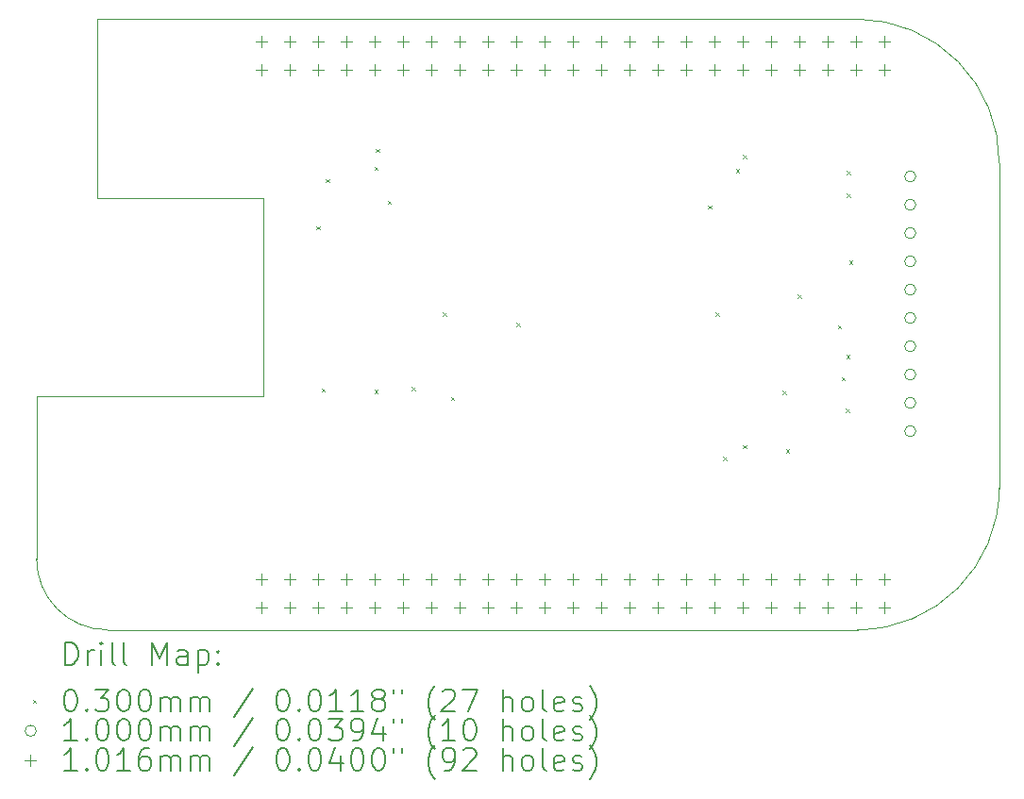
<source format=gbr>
%TF.GenerationSoftware,KiCad,Pcbnew,8.0.6*%
%TF.CreationDate,2025-01-05T21:46:23-05:00*%
%TF.ProjectId,Beagle-AI-64-CAN-Part1,42656167-6c65-42d4-9149-2d36342d4341,rev?*%
%TF.SameCoordinates,Original*%
%TF.FileFunction,Drillmap*%
%TF.FilePolarity,Positive*%
%FSLAX45Y45*%
G04 Gerber Fmt 4.5, Leading zero omitted, Abs format (unit mm)*
G04 Created by KiCad (PCBNEW 8.0.6) date 2025-01-05 21:46:23*
%MOMM*%
%LPD*%
G01*
G04 APERTURE LIST*
%ADD10C,0.050000*%
%ADD11C,0.200000*%
%ADD12C,0.100000*%
%ADD13C,0.101600*%
G04 APERTURE END LIST*
D10*
X10532110Y-12595860D02*
X10532110Y-11135360D01*
X11075000Y-9357360D02*
X11075000Y-7750000D01*
X12564110Y-9357360D02*
X11075000Y-9357360D01*
X17898110Y-13230860D02*
X11167110Y-13230860D01*
X11167110Y-13230860D02*
G75*
G02*
X10532110Y-12595860I0J635000D01*
G01*
X19168110Y-9039860D02*
X19168110Y-11960860D01*
X17898110Y-7750000D02*
X11075000Y-7750000D01*
X10532110Y-11135360D02*
X12564110Y-11135360D01*
X12564110Y-11135360D02*
X12564110Y-9357360D01*
X19168110Y-11960860D02*
G75*
G02*
X17898110Y-13230860I-1270000J0D01*
G01*
X17898110Y-7750000D02*
G75*
G02*
X19168110Y-9039860I-9930J-1279930D01*
G01*
D11*
D12*
X13044270Y-9606770D02*
X13074270Y-9636770D01*
X13074270Y-9606770D02*
X13044270Y-9636770D01*
X13088470Y-11065340D02*
X13118470Y-11095340D01*
X13118470Y-11065340D02*
X13088470Y-11095340D01*
X13125000Y-9185000D02*
X13155000Y-9215000D01*
X13155000Y-9185000D02*
X13125000Y-9215000D01*
X13563470Y-9075520D02*
X13593470Y-9105520D01*
X13593470Y-9075520D02*
X13563470Y-9105520D01*
X13563630Y-11075370D02*
X13593630Y-11105370D01*
X13593630Y-11075370D02*
X13563630Y-11105370D01*
X13575560Y-8915500D02*
X13605560Y-8945500D01*
X13605560Y-8915500D02*
X13575560Y-8945500D01*
X13683530Y-9378290D02*
X13713530Y-9408290D01*
X13713530Y-9378290D02*
X13683530Y-9408290D01*
X13896230Y-11053020D02*
X13926230Y-11083020D01*
X13926230Y-11053020D02*
X13896230Y-11083020D01*
X14174780Y-10381130D02*
X14204780Y-10411130D01*
X14204780Y-10381130D02*
X14174780Y-10411130D01*
X14247540Y-11141470D02*
X14277540Y-11171470D01*
X14277540Y-11141470D02*
X14247540Y-11171470D01*
X14835210Y-10475520D02*
X14865210Y-10505520D01*
X14865210Y-10475520D02*
X14835210Y-10505520D01*
X16554650Y-9423280D02*
X16584650Y-9453280D01*
X16584650Y-9423280D02*
X16554650Y-9453280D01*
X16622340Y-10381060D02*
X16652340Y-10411060D01*
X16652340Y-10381060D02*
X16622340Y-10411060D01*
X16690890Y-11677810D02*
X16720890Y-11707810D01*
X16720890Y-11677810D02*
X16690890Y-11707810D01*
X16805900Y-9095540D02*
X16835900Y-9125540D01*
X16835900Y-9095540D02*
X16805900Y-9125540D01*
X16868070Y-11571490D02*
X16898070Y-11601490D01*
X16898070Y-11571490D02*
X16868070Y-11601490D01*
X16869100Y-8969030D02*
X16899100Y-8999030D01*
X16899100Y-8969030D02*
X16869100Y-8999030D01*
X17223130Y-11086880D02*
X17253130Y-11116880D01*
X17253130Y-11086880D02*
X17223130Y-11116880D01*
X17253720Y-11610030D02*
X17283720Y-11640030D01*
X17283720Y-11610030D02*
X17253720Y-11640030D01*
X17361870Y-10221690D02*
X17391870Y-10251690D01*
X17391870Y-10221690D02*
X17361870Y-10251690D01*
X17719650Y-10498890D02*
X17749650Y-10528890D01*
X17749650Y-10498890D02*
X17719650Y-10528890D01*
X17756000Y-10964570D02*
X17786000Y-10994570D01*
X17786000Y-10964570D02*
X17756000Y-10994570D01*
X17790220Y-11248530D02*
X17820220Y-11278530D01*
X17820220Y-11248530D02*
X17790220Y-11278530D01*
X17796830Y-10764730D02*
X17826830Y-10794730D01*
X17826830Y-10764730D02*
X17796830Y-10794730D01*
X17799330Y-9111750D02*
X17829330Y-9141750D01*
X17829330Y-9111750D02*
X17799330Y-9141750D01*
X17799330Y-9316920D02*
X17829330Y-9346920D01*
X17829330Y-9316920D02*
X17799330Y-9346920D01*
X17821240Y-9918220D02*
X17851240Y-9948220D01*
X17851240Y-9918220D02*
X17821240Y-9948220D01*
X18420000Y-9162500D02*
G75*
G02*
X18320000Y-9162500I-50000J0D01*
G01*
X18320000Y-9162500D02*
G75*
G02*
X18420000Y-9162500I50000J0D01*
G01*
X18420000Y-9416500D02*
G75*
G02*
X18320000Y-9416500I-50000J0D01*
G01*
X18320000Y-9416500D02*
G75*
G02*
X18420000Y-9416500I50000J0D01*
G01*
X18420000Y-9670500D02*
G75*
G02*
X18320000Y-9670500I-50000J0D01*
G01*
X18320000Y-9670500D02*
G75*
G02*
X18420000Y-9670500I50000J0D01*
G01*
X18420000Y-9924500D02*
G75*
G02*
X18320000Y-9924500I-50000J0D01*
G01*
X18320000Y-9924500D02*
G75*
G02*
X18420000Y-9924500I50000J0D01*
G01*
X18420000Y-10178500D02*
G75*
G02*
X18320000Y-10178500I-50000J0D01*
G01*
X18320000Y-10178500D02*
G75*
G02*
X18420000Y-10178500I50000J0D01*
G01*
X18420000Y-10432500D02*
G75*
G02*
X18320000Y-10432500I-50000J0D01*
G01*
X18320000Y-10432500D02*
G75*
G02*
X18420000Y-10432500I50000J0D01*
G01*
X18420000Y-10686500D02*
G75*
G02*
X18320000Y-10686500I-50000J0D01*
G01*
X18320000Y-10686500D02*
G75*
G02*
X18420000Y-10686500I50000J0D01*
G01*
X18420000Y-10940500D02*
G75*
G02*
X18320000Y-10940500I-50000J0D01*
G01*
X18320000Y-10940500D02*
G75*
G02*
X18420000Y-10940500I50000J0D01*
G01*
X18420000Y-11194500D02*
G75*
G02*
X18320000Y-11194500I-50000J0D01*
G01*
X18320000Y-11194500D02*
G75*
G02*
X18420000Y-11194500I50000J0D01*
G01*
X18420000Y-11448500D02*
G75*
G02*
X18320000Y-11448500I-50000J0D01*
G01*
X18320000Y-11448500D02*
G75*
G02*
X18420000Y-11448500I50000J0D01*
G01*
D13*
X12547600Y-7899400D02*
X12547600Y-8001000D01*
X12496800Y-7950200D02*
X12598400Y-7950200D01*
X12547600Y-8153400D02*
X12547600Y-8255000D01*
X12496800Y-8204200D02*
X12598400Y-8204200D01*
X12547600Y-12725400D02*
X12547600Y-12827000D01*
X12496800Y-12776200D02*
X12598400Y-12776200D01*
X12547600Y-12979400D02*
X12547600Y-13081000D01*
X12496800Y-13030200D02*
X12598400Y-13030200D01*
X12801600Y-7899400D02*
X12801600Y-8001000D01*
X12750800Y-7950200D02*
X12852400Y-7950200D01*
X12801600Y-8153400D02*
X12801600Y-8255000D01*
X12750800Y-8204200D02*
X12852400Y-8204200D01*
X12801600Y-12725400D02*
X12801600Y-12827000D01*
X12750800Y-12776200D02*
X12852400Y-12776200D01*
X12801600Y-12979400D02*
X12801600Y-13081000D01*
X12750800Y-13030200D02*
X12852400Y-13030200D01*
X13055600Y-7899400D02*
X13055600Y-8001000D01*
X13004800Y-7950200D02*
X13106400Y-7950200D01*
X13055600Y-8153400D02*
X13055600Y-8255000D01*
X13004800Y-8204200D02*
X13106400Y-8204200D01*
X13055600Y-12725400D02*
X13055600Y-12827000D01*
X13004800Y-12776200D02*
X13106400Y-12776200D01*
X13055600Y-12979400D02*
X13055600Y-13081000D01*
X13004800Y-13030200D02*
X13106400Y-13030200D01*
X13309600Y-7899400D02*
X13309600Y-8001000D01*
X13258800Y-7950200D02*
X13360400Y-7950200D01*
X13309600Y-8153400D02*
X13309600Y-8255000D01*
X13258800Y-8204200D02*
X13360400Y-8204200D01*
X13309600Y-12725400D02*
X13309600Y-12827000D01*
X13258800Y-12776200D02*
X13360400Y-12776200D01*
X13309600Y-12979400D02*
X13309600Y-13081000D01*
X13258800Y-13030200D02*
X13360400Y-13030200D01*
X13563600Y-7899400D02*
X13563600Y-8001000D01*
X13512800Y-7950200D02*
X13614400Y-7950200D01*
X13563600Y-8153400D02*
X13563600Y-8255000D01*
X13512800Y-8204200D02*
X13614400Y-8204200D01*
X13563600Y-12725400D02*
X13563600Y-12827000D01*
X13512800Y-12776200D02*
X13614400Y-12776200D01*
X13563600Y-12979400D02*
X13563600Y-13081000D01*
X13512800Y-13030200D02*
X13614400Y-13030200D01*
X13817600Y-7899400D02*
X13817600Y-8001000D01*
X13766800Y-7950200D02*
X13868400Y-7950200D01*
X13817600Y-8153400D02*
X13817600Y-8255000D01*
X13766800Y-8204200D02*
X13868400Y-8204200D01*
X13817600Y-12725400D02*
X13817600Y-12827000D01*
X13766800Y-12776200D02*
X13868400Y-12776200D01*
X13817600Y-12979400D02*
X13817600Y-13081000D01*
X13766800Y-13030200D02*
X13868400Y-13030200D01*
X14071600Y-7899400D02*
X14071600Y-8001000D01*
X14020800Y-7950200D02*
X14122400Y-7950200D01*
X14071600Y-8153400D02*
X14071600Y-8255000D01*
X14020800Y-8204200D02*
X14122400Y-8204200D01*
X14071600Y-12725400D02*
X14071600Y-12827000D01*
X14020800Y-12776200D02*
X14122400Y-12776200D01*
X14071600Y-12979400D02*
X14071600Y-13081000D01*
X14020800Y-13030200D02*
X14122400Y-13030200D01*
X14325600Y-7899400D02*
X14325600Y-8001000D01*
X14274800Y-7950200D02*
X14376400Y-7950200D01*
X14325600Y-8153400D02*
X14325600Y-8255000D01*
X14274800Y-8204200D02*
X14376400Y-8204200D01*
X14325600Y-12725400D02*
X14325600Y-12827000D01*
X14274800Y-12776200D02*
X14376400Y-12776200D01*
X14325600Y-12979400D02*
X14325600Y-13081000D01*
X14274800Y-13030200D02*
X14376400Y-13030200D01*
X14579600Y-7899400D02*
X14579600Y-8001000D01*
X14528800Y-7950200D02*
X14630400Y-7950200D01*
X14579600Y-8153400D02*
X14579600Y-8255000D01*
X14528800Y-8204200D02*
X14630400Y-8204200D01*
X14579600Y-12725400D02*
X14579600Y-12827000D01*
X14528800Y-12776200D02*
X14630400Y-12776200D01*
X14579600Y-12979400D02*
X14579600Y-13081000D01*
X14528800Y-13030200D02*
X14630400Y-13030200D01*
X14833600Y-7899400D02*
X14833600Y-8001000D01*
X14782800Y-7950200D02*
X14884400Y-7950200D01*
X14833600Y-8153400D02*
X14833600Y-8255000D01*
X14782800Y-8204200D02*
X14884400Y-8204200D01*
X14833600Y-12725400D02*
X14833600Y-12827000D01*
X14782800Y-12776200D02*
X14884400Y-12776200D01*
X14833600Y-12979400D02*
X14833600Y-13081000D01*
X14782800Y-13030200D02*
X14884400Y-13030200D01*
X15087600Y-7899400D02*
X15087600Y-8001000D01*
X15036800Y-7950200D02*
X15138400Y-7950200D01*
X15087600Y-8153400D02*
X15087600Y-8255000D01*
X15036800Y-8204200D02*
X15138400Y-8204200D01*
X15087600Y-12725400D02*
X15087600Y-12827000D01*
X15036800Y-12776200D02*
X15138400Y-12776200D01*
X15087600Y-12979400D02*
X15087600Y-13081000D01*
X15036800Y-13030200D02*
X15138400Y-13030200D01*
X15341600Y-7899400D02*
X15341600Y-8001000D01*
X15290800Y-7950200D02*
X15392400Y-7950200D01*
X15341600Y-8153400D02*
X15341600Y-8255000D01*
X15290800Y-8204200D02*
X15392400Y-8204200D01*
X15341600Y-12725400D02*
X15341600Y-12827000D01*
X15290800Y-12776200D02*
X15392400Y-12776200D01*
X15341600Y-12979400D02*
X15341600Y-13081000D01*
X15290800Y-13030200D02*
X15392400Y-13030200D01*
X15595600Y-7899400D02*
X15595600Y-8001000D01*
X15544800Y-7950200D02*
X15646400Y-7950200D01*
X15595600Y-8153400D02*
X15595600Y-8255000D01*
X15544800Y-8204200D02*
X15646400Y-8204200D01*
X15595600Y-12725400D02*
X15595600Y-12827000D01*
X15544800Y-12776200D02*
X15646400Y-12776200D01*
X15595600Y-12979400D02*
X15595600Y-13081000D01*
X15544800Y-13030200D02*
X15646400Y-13030200D01*
X15849600Y-7899400D02*
X15849600Y-8001000D01*
X15798800Y-7950200D02*
X15900400Y-7950200D01*
X15849600Y-8153400D02*
X15849600Y-8255000D01*
X15798800Y-8204200D02*
X15900400Y-8204200D01*
X15849600Y-12725400D02*
X15849600Y-12827000D01*
X15798800Y-12776200D02*
X15900400Y-12776200D01*
X15849600Y-12979400D02*
X15849600Y-13081000D01*
X15798800Y-13030200D02*
X15900400Y-13030200D01*
X16103600Y-7899400D02*
X16103600Y-8001000D01*
X16052800Y-7950200D02*
X16154400Y-7950200D01*
X16103600Y-8153400D02*
X16103600Y-8255000D01*
X16052800Y-8204200D02*
X16154400Y-8204200D01*
X16103600Y-12725400D02*
X16103600Y-12827000D01*
X16052800Y-12776200D02*
X16154400Y-12776200D01*
X16103600Y-12979400D02*
X16103600Y-13081000D01*
X16052800Y-13030200D02*
X16154400Y-13030200D01*
X16357600Y-7899400D02*
X16357600Y-8001000D01*
X16306800Y-7950200D02*
X16408400Y-7950200D01*
X16357600Y-8153400D02*
X16357600Y-8255000D01*
X16306800Y-8204200D02*
X16408400Y-8204200D01*
X16357600Y-12725400D02*
X16357600Y-12827000D01*
X16306800Y-12776200D02*
X16408400Y-12776200D01*
X16357600Y-12979400D02*
X16357600Y-13081000D01*
X16306800Y-13030200D02*
X16408400Y-13030200D01*
X16611600Y-7899400D02*
X16611600Y-8001000D01*
X16560800Y-7950200D02*
X16662400Y-7950200D01*
X16611600Y-8153400D02*
X16611600Y-8255000D01*
X16560800Y-8204200D02*
X16662400Y-8204200D01*
X16611600Y-12725400D02*
X16611600Y-12827000D01*
X16560800Y-12776200D02*
X16662400Y-12776200D01*
X16611600Y-12979400D02*
X16611600Y-13081000D01*
X16560800Y-13030200D02*
X16662400Y-13030200D01*
X16865600Y-7899400D02*
X16865600Y-8001000D01*
X16814800Y-7950200D02*
X16916400Y-7950200D01*
X16865600Y-8153400D02*
X16865600Y-8255000D01*
X16814800Y-8204200D02*
X16916400Y-8204200D01*
X16865600Y-12725400D02*
X16865600Y-12827000D01*
X16814800Y-12776200D02*
X16916400Y-12776200D01*
X16865600Y-12979400D02*
X16865600Y-13081000D01*
X16814800Y-13030200D02*
X16916400Y-13030200D01*
X17119600Y-7899400D02*
X17119600Y-8001000D01*
X17068800Y-7950200D02*
X17170400Y-7950200D01*
X17119600Y-8153400D02*
X17119600Y-8255000D01*
X17068800Y-8204200D02*
X17170400Y-8204200D01*
X17119600Y-12725400D02*
X17119600Y-12827000D01*
X17068800Y-12776200D02*
X17170400Y-12776200D01*
X17119600Y-12979400D02*
X17119600Y-13081000D01*
X17068800Y-13030200D02*
X17170400Y-13030200D01*
X17373600Y-7899400D02*
X17373600Y-8001000D01*
X17322800Y-7950200D02*
X17424400Y-7950200D01*
X17373600Y-8153400D02*
X17373600Y-8255000D01*
X17322800Y-8204200D02*
X17424400Y-8204200D01*
X17373600Y-12725400D02*
X17373600Y-12827000D01*
X17322800Y-12776200D02*
X17424400Y-12776200D01*
X17373600Y-12979400D02*
X17373600Y-13081000D01*
X17322800Y-13030200D02*
X17424400Y-13030200D01*
X17627600Y-7899400D02*
X17627600Y-8001000D01*
X17576800Y-7950200D02*
X17678400Y-7950200D01*
X17627600Y-8153400D02*
X17627600Y-8255000D01*
X17576800Y-8204200D02*
X17678400Y-8204200D01*
X17627600Y-12725400D02*
X17627600Y-12827000D01*
X17576800Y-12776200D02*
X17678400Y-12776200D01*
X17627600Y-12979400D02*
X17627600Y-13081000D01*
X17576800Y-13030200D02*
X17678400Y-13030200D01*
X17881600Y-7899400D02*
X17881600Y-8001000D01*
X17830800Y-7950200D02*
X17932400Y-7950200D01*
X17881600Y-8153400D02*
X17881600Y-8255000D01*
X17830800Y-8204200D02*
X17932400Y-8204200D01*
X17881600Y-12725400D02*
X17881600Y-12827000D01*
X17830800Y-12776200D02*
X17932400Y-12776200D01*
X17881600Y-12979400D02*
X17881600Y-13081000D01*
X17830800Y-13030200D02*
X17932400Y-13030200D01*
X18135600Y-7899400D02*
X18135600Y-8001000D01*
X18084800Y-7950200D02*
X18186400Y-7950200D01*
X18135600Y-8153400D02*
X18135600Y-8255000D01*
X18084800Y-8204200D02*
X18186400Y-8204200D01*
X18135600Y-12725400D02*
X18135600Y-12827000D01*
X18084800Y-12776200D02*
X18186400Y-12776200D01*
X18135600Y-12979400D02*
X18135600Y-13081000D01*
X18084800Y-13030200D02*
X18186400Y-13030200D01*
D11*
X10790387Y-13544844D02*
X10790387Y-13344844D01*
X10790387Y-13344844D02*
X10838006Y-13344844D01*
X10838006Y-13344844D02*
X10866577Y-13354368D01*
X10866577Y-13354368D02*
X10885625Y-13373415D01*
X10885625Y-13373415D02*
X10895149Y-13392463D01*
X10895149Y-13392463D02*
X10904673Y-13430558D01*
X10904673Y-13430558D02*
X10904673Y-13459129D01*
X10904673Y-13459129D02*
X10895149Y-13497225D01*
X10895149Y-13497225D02*
X10885625Y-13516272D01*
X10885625Y-13516272D02*
X10866577Y-13535320D01*
X10866577Y-13535320D02*
X10838006Y-13544844D01*
X10838006Y-13544844D02*
X10790387Y-13544844D01*
X10990387Y-13544844D02*
X10990387Y-13411510D01*
X10990387Y-13449606D02*
X10999911Y-13430558D01*
X10999911Y-13430558D02*
X11009434Y-13421034D01*
X11009434Y-13421034D02*
X11028482Y-13411510D01*
X11028482Y-13411510D02*
X11047530Y-13411510D01*
X11114196Y-13544844D02*
X11114196Y-13411510D01*
X11114196Y-13344844D02*
X11104673Y-13354368D01*
X11104673Y-13354368D02*
X11114196Y-13363891D01*
X11114196Y-13363891D02*
X11123720Y-13354368D01*
X11123720Y-13354368D02*
X11114196Y-13344844D01*
X11114196Y-13344844D02*
X11114196Y-13363891D01*
X11238006Y-13544844D02*
X11218958Y-13535320D01*
X11218958Y-13535320D02*
X11209434Y-13516272D01*
X11209434Y-13516272D02*
X11209434Y-13344844D01*
X11342768Y-13544844D02*
X11323720Y-13535320D01*
X11323720Y-13535320D02*
X11314196Y-13516272D01*
X11314196Y-13516272D02*
X11314196Y-13344844D01*
X11571339Y-13544844D02*
X11571339Y-13344844D01*
X11571339Y-13344844D02*
X11638006Y-13487701D01*
X11638006Y-13487701D02*
X11704672Y-13344844D01*
X11704672Y-13344844D02*
X11704672Y-13544844D01*
X11885625Y-13544844D02*
X11885625Y-13440082D01*
X11885625Y-13440082D02*
X11876101Y-13421034D01*
X11876101Y-13421034D02*
X11857053Y-13411510D01*
X11857053Y-13411510D02*
X11818958Y-13411510D01*
X11818958Y-13411510D02*
X11799911Y-13421034D01*
X11885625Y-13535320D02*
X11866577Y-13544844D01*
X11866577Y-13544844D02*
X11818958Y-13544844D01*
X11818958Y-13544844D02*
X11799911Y-13535320D01*
X11799911Y-13535320D02*
X11790387Y-13516272D01*
X11790387Y-13516272D02*
X11790387Y-13497225D01*
X11790387Y-13497225D02*
X11799911Y-13478177D01*
X11799911Y-13478177D02*
X11818958Y-13468653D01*
X11818958Y-13468653D02*
X11866577Y-13468653D01*
X11866577Y-13468653D02*
X11885625Y-13459129D01*
X11980863Y-13411510D02*
X11980863Y-13611510D01*
X11980863Y-13421034D02*
X11999911Y-13411510D01*
X11999911Y-13411510D02*
X12038006Y-13411510D01*
X12038006Y-13411510D02*
X12057053Y-13421034D01*
X12057053Y-13421034D02*
X12066577Y-13430558D01*
X12066577Y-13430558D02*
X12076101Y-13449606D01*
X12076101Y-13449606D02*
X12076101Y-13506748D01*
X12076101Y-13506748D02*
X12066577Y-13525796D01*
X12066577Y-13525796D02*
X12057053Y-13535320D01*
X12057053Y-13535320D02*
X12038006Y-13544844D01*
X12038006Y-13544844D02*
X11999911Y-13544844D01*
X11999911Y-13544844D02*
X11980863Y-13535320D01*
X12161815Y-13525796D02*
X12171339Y-13535320D01*
X12171339Y-13535320D02*
X12161815Y-13544844D01*
X12161815Y-13544844D02*
X12152292Y-13535320D01*
X12152292Y-13535320D02*
X12161815Y-13525796D01*
X12161815Y-13525796D02*
X12161815Y-13544844D01*
X12161815Y-13421034D02*
X12171339Y-13430558D01*
X12171339Y-13430558D02*
X12161815Y-13440082D01*
X12161815Y-13440082D02*
X12152292Y-13430558D01*
X12152292Y-13430558D02*
X12161815Y-13421034D01*
X12161815Y-13421034D02*
X12161815Y-13440082D01*
D12*
X10499610Y-13858360D02*
X10529610Y-13888360D01*
X10529610Y-13858360D02*
X10499610Y-13888360D01*
D11*
X10828482Y-13764844D02*
X10847530Y-13764844D01*
X10847530Y-13764844D02*
X10866577Y-13774368D01*
X10866577Y-13774368D02*
X10876101Y-13783891D01*
X10876101Y-13783891D02*
X10885625Y-13802939D01*
X10885625Y-13802939D02*
X10895149Y-13841034D01*
X10895149Y-13841034D02*
X10895149Y-13888653D01*
X10895149Y-13888653D02*
X10885625Y-13926748D01*
X10885625Y-13926748D02*
X10876101Y-13945796D01*
X10876101Y-13945796D02*
X10866577Y-13955320D01*
X10866577Y-13955320D02*
X10847530Y-13964844D01*
X10847530Y-13964844D02*
X10828482Y-13964844D01*
X10828482Y-13964844D02*
X10809434Y-13955320D01*
X10809434Y-13955320D02*
X10799911Y-13945796D01*
X10799911Y-13945796D02*
X10790387Y-13926748D01*
X10790387Y-13926748D02*
X10780863Y-13888653D01*
X10780863Y-13888653D02*
X10780863Y-13841034D01*
X10780863Y-13841034D02*
X10790387Y-13802939D01*
X10790387Y-13802939D02*
X10799911Y-13783891D01*
X10799911Y-13783891D02*
X10809434Y-13774368D01*
X10809434Y-13774368D02*
X10828482Y-13764844D01*
X10980863Y-13945796D02*
X10990387Y-13955320D01*
X10990387Y-13955320D02*
X10980863Y-13964844D01*
X10980863Y-13964844D02*
X10971339Y-13955320D01*
X10971339Y-13955320D02*
X10980863Y-13945796D01*
X10980863Y-13945796D02*
X10980863Y-13964844D01*
X11057054Y-13764844D02*
X11180863Y-13764844D01*
X11180863Y-13764844D02*
X11114196Y-13841034D01*
X11114196Y-13841034D02*
X11142768Y-13841034D01*
X11142768Y-13841034D02*
X11161815Y-13850558D01*
X11161815Y-13850558D02*
X11171339Y-13860082D01*
X11171339Y-13860082D02*
X11180863Y-13879129D01*
X11180863Y-13879129D02*
X11180863Y-13926748D01*
X11180863Y-13926748D02*
X11171339Y-13945796D01*
X11171339Y-13945796D02*
X11161815Y-13955320D01*
X11161815Y-13955320D02*
X11142768Y-13964844D01*
X11142768Y-13964844D02*
X11085625Y-13964844D01*
X11085625Y-13964844D02*
X11066577Y-13955320D01*
X11066577Y-13955320D02*
X11057054Y-13945796D01*
X11304672Y-13764844D02*
X11323720Y-13764844D01*
X11323720Y-13764844D02*
X11342768Y-13774368D01*
X11342768Y-13774368D02*
X11352292Y-13783891D01*
X11352292Y-13783891D02*
X11361815Y-13802939D01*
X11361815Y-13802939D02*
X11371339Y-13841034D01*
X11371339Y-13841034D02*
X11371339Y-13888653D01*
X11371339Y-13888653D02*
X11361815Y-13926748D01*
X11361815Y-13926748D02*
X11352292Y-13945796D01*
X11352292Y-13945796D02*
X11342768Y-13955320D01*
X11342768Y-13955320D02*
X11323720Y-13964844D01*
X11323720Y-13964844D02*
X11304672Y-13964844D01*
X11304672Y-13964844D02*
X11285625Y-13955320D01*
X11285625Y-13955320D02*
X11276101Y-13945796D01*
X11276101Y-13945796D02*
X11266577Y-13926748D01*
X11266577Y-13926748D02*
X11257053Y-13888653D01*
X11257053Y-13888653D02*
X11257053Y-13841034D01*
X11257053Y-13841034D02*
X11266577Y-13802939D01*
X11266577Y-13802939D02*
X11276101Y-13783891D01*
X11276101Y-13783891D02*
X11285625Y-13774368D01*
X11285625Y-13774368D02*
X11304672Y-13764844D01*
X11495149Y-13764844D02*
X11514196Y-13764844D01*
X11514196Y-13764844D02*
X11533244Y-13774368D01*
X11533244Y-13774368D02*
X11542768Y-13783891D01*
X11542768Y-13783891D02*
X11552292Y-13802939D01*
X11552292Y-13802939D02*
X11561815Y-13841034D01*
X11561815Y-13841034D02*
X11561815Y-13888653D01*
X11561815Y-13888653D02*
X11552292Y-13926748D01*
X11552292Y-13926748D02*
X11542768Y-13945796D01*
X11542768Y-13945796D02*
X11533244Y-13955320D01*
X11533244Y-13955320D02*
X11514196Y-13964844D01*
X11514196Y-13964844D02*
X11495149Y-13964844D01*
X11495149Y-13964844D02*
X11476101Y-13955320D01*
X11476101Y-13955320D02*
X11466577Y-13945796D01*
X11466577Y-13945796D02*
X11457053Y-13926748D01*
X11457053Y-13926748D02*
X11447530Y-13888653D01*
X11447530Y-13888653D02*
X11447530Y-13841034D01*
X11447530Y-13841034D02*
X11457053Y-13802939D01*
X11457053Y-13802939D02*
X11466577Y-13783891D01*
X11466577Y-13783891D02*
X11476101Y-13774368D01*
X11476101Y-13774368D02*
X11495149Y-13764844D01*
X11647530Y-13964844D02*
X11647530Y-13831510D01*
X11647530Y-13850558D02*
X11657053Y-13841034D01*
X11657053Y-13841034D02*
X11676101Y-13831510D01*
X11676101Y-13831510D02*
X11704673Y-13831510D01*
X11704673Y-13831510D02*
X11723720Y-13841034D01*
X11723720Y-13841034D02*
X11733244Y-13860082D01*
X11733244Y-13860082D02*
X11733244Y-13964844D01*
X11733244Y-13860082D02*
X11742768Y-13841034D01*
X11742768Y-13841034D02*
X11761815Y-13831510D01*
X11761815Y-13831510D02*
X11790387Y-13831510D01*
X11790387Y-13831510D02*
X11809434Y-13841034D01*
X11809434Y-13841034D02*
X11818958Y-13860082D01*
X11818958Y-13860082D02*
X11818958Y-13964844D01*
X11914196Y-13964844D02*
X11914196Y-13831510D01*
X11914196Y-13850558D02*
X11923720Y-13841034D01*
X11923720Y-13841034D02*
X11942768Y-13831510D01*
X11942768Y-13831510D02*
X11971339Y-13831510D01*
X11971339Y-13831510D02*
X11990387Y-13841034D01*
X11990387Y-13841034D02*
X11999911Y-13860082D01*
X11999911Y-13860082D02*
X11999911Y-13964844D01*
X11999911Y-13860082D02*
X12009434Y-13841034D01*
X12009434Y-13841034D02*
X12028482Y-13831510D01*
X12028482Y-13831510D02*
X12057053Y-13831510D01*
X12057053Y-13831510D02*
X12076101Y-13841034D01*
X12076101Y-13841034D02*
X12085625Y-13860082D01*
X12085625Y-13860082D02*
X12085625Y-13964844D01*
X12476101Y-13755320D02*
X12304673Y-14012463D01*
X12733244Y-13764844D02*
X12752292Y-13764844D01*
X12752292Y-13764844D02*
X12771339Y-13774368D01*
X12771339Y-13774368D02*
X12780863Y-13783891D01*
X12780863Y-13783891D02*
X12790387Y-13802939D01*
X12790387Y-13802939D02*
X12799911Y-13841034D01*
X12799911Y-13841034D02*
X12799911Y-13888653D01*
X12799911Y-13888653D02*
X12790387Y-13926748D01*
X12790387Y-13926748D02*
X12780863Y-13945796D01*
X12780863Y-13945796D02*
X12771339Y-13955320D01*
X12771339Y-13955320D02*
X12752292Y-13964844D01*
X12752292Y-13964844D02*
X12733244Y-13964844D01*
X12733244Y-13964844D02*
X12714196Y-13955320D01*
X12714196Y-13955320D02*
X12704673Y-13945796D01*
X12704673Y-13945796D02*
X12695149Y-13926748D01*
X12695149Y-13926748D02*
X12685625Y-13888653D01*
X12685625Y-13888653D02*
X12685625Y-13841034D01*
X12685625Y-13841034D02*
X12695149Y-13802939D01*
X12695149Y-13802939D02*
X12704673Y-13783891D01*
X12704673Y-13783891D02*
X12714196Y-13774368D01*
X12714196Y-13774368D02*
X12733244Y-13764844D01*
X12885625Y-13945796D02*
X12895149Y-13955320D01*
X12895149Y-13955320D02*
X12885625Y-13964844D01*
X12885625Y-13964844D02*
X12876101Y-13955320D01*
X12876101Y-13955320D02*
X12885625Y-13945796D01*
X12885625Y-13945796D02*
X12885625Y-13964844D01*
X13018958Y-13764844D02*
X13038006Y-13764844D01*
X13038006Y-13764844D02*
X13057054Y-13774368D01*
X13057054Y-13774368D02*
X13066577Y-13783891D01*
X13066577Y-13783891D02*
X13076101Y-13802939D01*
X13076101Y-13802939D02*
X13085625Y-13841034D01*
X13085625Y-13841034D02*
X13085625Y-13888653D01*
X13085625Y-13888653D02*
X13076101Y-13926748D01*
X13076101Y-13926748D02*
X13066577Y-13945796D01*
X13066577Y-13945796D02*
X13057054Y-13955320D01*
X13057054Y-13955320D02*
X13038006Y-13964844D01*
X13038006Y-13964844D02*
X13018958Y-13964844D01*
X13018958Y-13964844D02*
X12999911Y-13955320D01*
X12999911Y-13955320D02*
X12990387Y-13945796D01*
X12990387Y-13945796D02*
X12980863Y-13926748D01*
X12980863Y-13926748D02*
X12971339Y-13888653D01*
X12971339Y-13888653D02*
X12971339Y-13841034D01*
X12971339Y-13841034D02*
X12980863Y-13802939D01*
X12980863Y-13802939D02*
X12990387Y-13783891D01*
X12990387Y-13783891D02*
X12999911Y-13774368D01*
X12999911Y-13774368D02*
X13018958Y-13764844D01*
X13276101Y-13964844D02*
X13161816Y-13964844D01*
X13218958Y-13964844D02*
X13218958Y-13764844D01*
X13218958Y-13764844D02*
X13199911Y-13793415D01*
X13199911Y-13793415D02*
X13180863Y-13812463D01*
X13180863Y-13812463D02*
X13161816Y-13821987D01*
X13466577Y-13964844D02*
X13352292Y-13964844D01*
X13409435Y-13964844D02*
X13409435Y-13764844D01*
X13409435Y-13764844D02*
X13390387Y-13793415D01*
X13390387Y-13793415D02*
X13371339Y-13812463D01*
X13371339Y-13812463D02*
X13352292Y-13821987D01*
X13580863Y-13850558D02*
X13561816Y-13841034D01*
X13561816Y-13841034D02*
X13552292Y-13831510D01*
X13552292Y-13831510D02*
X13542768Y-13812463D01*
X13542768Y-13812463D02*
X13542768Y-13802939D01*
X13542768Y-13802939D02*
X13552292Y-13783891D01*
X13552292Y-13783891D02*
X13561816Y-13774368D01*
X13561816Y-13774368D02*
X13580863Y-13764844D01*
X13580863Y-13764844D02*
X13618958Y-13764844D01*
X13618958Y-13764844D02*
X13638006Y-13774368D01*
X13638006Y-13774368D02*
X13647530Y-13783891D01*
X13647530Y-13783891D02*
X13657054Y-13802939D01*
X13657054Y-13802939D02*
X13657054Y-13812463D01*
X13657054Y-13812463D02*
X13647530Y-13831510D01*
X13647530Y-13831510D02*
X13638006Y-13841034D01*
X13638006Y-13841034D02*
X13618958Y-13850558D01*
X13618958Y-13850558D02*
X13580863Y-13850558D01*
X13580863Y-13850558D02*
X13561816Y-13860082D01*
X13561816Y-13860082D02*
X13552292Y-13869606D01*
X13552292Y-13869606D02*
X13542768Y-13888653D01*
X13542768Y-13888653D02*
X13542768Y-13926748D01*
X13542768Y-13926748D02*
X13552292Y-13945796D01*
X13552292Y-13945796D02*
X13561816Y-13955320D01*
X13561816Y-13955320D02*
X13580863Y-13964844D01*
X13580863Y-13964844D02*
X13618958Y-13964844D01*
X13618958Y-13964844D02*
X13638006Y-13955320D01*
X13638006Y-13955320D02*
X13647530Y-13945796D01*
X13647530Y-13945796D02*
X13657054Y-13926748D01*
X13657054Y-13926748D02*
X13657054Y-13888653D01*
X13657054Y-13888653D02*
X13647530Y-13869606D01*
X13647530Y-13869606D02*
X13638006Y-13860082D01*
X13638006Y-13860082D02*
X13618958Y-13850558D01*
X13733244Y-13764844D02*
X13733244Y-13802939D01*
X13809435Y-13764844D02*
X13809435Y-13802939D01*
X14104673Y-14041034D02*
X14095149Y-14031510D01*
X14095149Y-14031510D02*
X14076101Y-14002939D01*
X14076101Y-14002939D02*
X14066578Y-13983891D01*
X14066578Y-13983891D02*
X14057054Y-13955320D01*
X14057054Y-13955320D02*
X14047530Y-13907701D01*
X14047530Y-13907701D02*
X14047530Y-13869606D01*
X14047530Y-13869606D02*
X14057054Y-13821987D01*
X14057054Y-13821987D02*
X14066578Y-13793415D01*
X14066578Y-13793415D02*
X14076101Y-13774368D01*
X14076101Y-13774368D02*
X14095149Y-13745796D01*
X14095149Y-13745796D02*
X14104673Y-13736272D01*
X14171339Y-13783891D02*
X14180863Y-13774368D01*
X14180863Y-13774368D02*
X14199911Y-13764844D01*
X14199911Y-13764844D02*
X14247530Y-13764844D01*
X14247530Y-13764844D02*
X14266578Y-13774368D01*
X14266578Y-13774368D02*
X14276101Y-13783891D01*
X14276101Y-13783891D02*
X14285625Y-13802939D01*
X14285625Y-13802939D02*
X14285625Y-13821987D01*
X14285625Y-13821987D02*
X14276101Y-13850558D01*
X14276101Y-13850558D02*
X14161816Y-13964844D01*
X14161816Y-13964844D02*
X14285625Y-13964844D01*
X14352292Y-13764844D02*
X14485625Y-13764844D01*
X14485625Y-13764844D02*
X14399911Y-13964844D01*
X14714197Y-13964844D02*
X14714197Y-13764844D01*
X14799911Y-13964844D02*
X14799911Y-13860082D01*
X14799911Y-13860082D02*
X14790387Y-13841034D01*
X14790387Y-13841034D02*
X14771340Y-13831510D01*
X14771340Y-13831510D02*
X14742768Y-13831510D01*
X14742768Y-13831510D02*
X14723720Y-13841034D01*
X14723720Y-13841034D02*
X14714197Y-13850558D01*
X14923720Y-13964844D02*
X14904673Y-13955320D01*
X14904673Y-13955320D02*
X14895149Y-13945796D01*
X14895149Y-13945796D02*
X14885625Y-13926748D01*
X14885625Y-13926748D02*
X14885625Y-13869606D01*
X14885625Y-13869606D02*
X14895149Y-13850558D01*
X14895149Y-13850558D02*
X14904673Y-13841034D01*
X14904673Y-13841034D02*
X14923720Y-13831510D01*
X14923720Y-13831510D02*
X14952292Y-13831510D01*
X14952292Y-13831510D02*
X14971340Y-13841034D01*
X14971340Y-13841034D02*
X14980863Y-13850558D01*
X14980863Y-13850558D02*
X14990387Y-13869606D01*
X14990387Y-13869606D02*
X14990387Y-13926748D01*
X14990387Y-13926748D02*
X14980863Y-13945796D01*
X14980863Y-13945796D02*
X14971340Y-13955320D01*
X14971340Y-13955320D02*
X14952292Y-13964844D01*
X14952292Y-13964844D02*
X14923720Y-13964844D01*
X15104673Y-13964844D02*
X15085625Y-13955320D01*
X15085625Y-13955320D02*
X15076101Y-13936272D01*
X15076101Y-13936272D02*
X15076101Y-13764844D01*
X15257054Y-13955320D02*
X15238006Y-13964844D01*
X15238006Y-13964844D02*
X15199911Y-13964844D01*
X15199911Y-13964844D02*
X15180863Y-13955320D01*
X15180863Y-13955320D02*
X15171340Y-13936272D01*
X15171340Y-13936272D02*
X15171340Y-13860082D01*
X15171340Y-13860082D02*
X15180863Y-13841034D01*
X15180863Y-13841034D02*
X15199911Y-13831510D01*
X15199911Y-13831510D02*
X15238006Y-13831510D01*
X15238006Y-13831510D02*
X15257054Y-13841034D01*
X15257054Y-13841034D02*
X15266578Y-13860082D01*
X15266578Y-13860082D02*
X15266578Y-13879129D01*
X15266578Y-13879129D02*
X15171340Y-13898177D01*
X15342768Y-13955320D02*
X15361816Y-13964844D01*
X15361816Y-13964844D02*
X15399911Y-13964844D01*
X15399911Y-13964844D02*
X15418959Y-13955320D01*
X15418959Y-13955320D02*
X15428482Y-13936272D01*
X15428482Y-13936272D02*
X15428482Y-13926748D01*
X15428482Y-13926748D02*
X15418959Y-13907701D01*
X15418959Y-13907701D02*
X15399911Y-13898177D01*
X15399911Y-13898177D02*
X15371340Y-13898177D01*
X15371340Y-13898177D02*
X15352292Y-13888653D01*
X15352292Y-13888653D02*
X15342768Y-13869606D01*
X15342768Y-13869606D02*
X15342768Y-13860082D01*
X15342768Y-13860082D02*
X15352292Y-13841034D01*
X15352292Y-13841034D02*
X15371340Y-13831510D01*
X15371340Y-13831510D02*
X15399911Y-13831510D01*
X15399911Y-13831510D02*
X15418959Y-13841034D01*
X15495149Y-14041034D02*
X15504673Y-14031510D01*
X15504673Y-14031510D02*
X15523721Y-14002939D01*
X15523721Y-14002939D02*
X15533244Y-13983891D01*
X15533244Y-13983891D02*
X15542768Y-13955320D01*
X15542768Y-13955320D02*
X15552292Y-13907701D01*
X15552292Y-13907701D02*
X15552292Y-13869606D01*
X15552292Y-13869606D02*
X15542768Y-13821987D01*
X15542768Y-13821987D02*
X15533244Y-13793415D01*
X15533244Y-13793415D02*
X15523721Y-13774368D01*
X15523721Y-13774368D02*
X15504673Y-13745796D01*
X15504673Y-13745796D02*
X15495149Y-13736272D01*
D12*
X10529610Y-14137360D02*
G75*
G02*
X10429610Y-14137360I-50000J0D01*
G01*
X10429610Y-14137360D02*
G75*
G02*
X10529610Y-14137360I50000J0D01*
G01*
D11*
X10895149Y-14228844D02*
X10780863Y-14228844D01*
X10838006Y-14228844D02*
X10838006Y-14028844D01*
X10838006Y-14028844D02*
X10818958Y-14057415D01*
X10818958Y-14057415D02*
X10799911Y-14076463D01*
X10799911Y-14076463D02*
X10780863Y-14085987D01*
X10980863Y-14209796D02*
X10990387Y-14219320D01*
X10990387Y-14219320D02*
X10980863Y-14228844D01*
X10980863Y-14228844D02*
X10971339Y-14219320D01*
X10971339Y-14219320D02*
X10980863Y-14209796D01*
X10980863Y-14209796D02*
X10980863Y-14228844D01*
X11114196Y-14028844D02*
X11133244Y-14028844D01*
X11133244Y-14028844D02*
X11152292Y-14038368D01*
X11152292Y-14038368D02*
X11161815Y-14047891D01*
X11161815Y-14047891D02*
X11171339Y-14066939D01*
X11171339Y-14066939D02*
X11180863Y-14105034D01*
X11180863Y-14105034D02*
X11180863Y-14152653D01*
X11180863Y-14152653D02*
X11171339Y-14190748D01*
X11171339Y-14190748D02*
X11161815Y-14209796D01*
X11161815Y-14209796D02*
X11152292Y-14219320D01*
X11152292Y-14219320D02*
X11133244Y-14228844D01*
X11133244Y-14228844D02*
X11114196Y-14228844D01*
X11114196Y-14228844D02*
X11095149Y-14219320D01*
X11095149Y-14219320D02*
X11085625Y-14209796D01*
X11085625Y-14209796D02*
X11076101Y-14190748D01*
X11076101Y-14190748D02*
X11066577Y-14152653D01*
X11066577Y-14152653D02*
X11066577Y-14105034D01*
X11066577Y-14105034D02*
X11076101Y-14066939D01*
X11076101Y-14066939D02*
X11085625Y-14047891D01*
X11085625Y-14047891D02*
X11095149Y-14038368D01*
X11095149Y-14038368D02*
X11114196Y-14028844D01*
X11304672Y-14028844D02*
X11323720Y-14028844D01*
X11323720Y-14028844D02*
X11342768Y-14038368D01*
X11342768Y-14038368D02*
X11352292Y-14047891D01*
X11352292Y-14047891D02*
X11361815Y-14066939D01*
X11361815Y-14066939D02*
X11371339Y-14105034D01*
X11371339Y-14105034D02*
X11371339Y-14152653D01*
X11371339Y-14152653D02*
X11361815Y-14190748D01*
X11361815Y-14190748D02*
X11352292Y-14209796D01*
X11352292Y-14209796D02*
X11342768Y-14219320D01*
X11342768Y-14219320D02*
X11323720Y-14228844D01*
X11323720Y-14228844D02*
X11304672Y-14228844D01*
X11304672Y-14228844D02*
X11285625Y-14219320D01*
X11285625Y-14219320D02*
X11276101Y-14209796D01*
X11276101Y-14209796D02*
X11266577Y-14190748D01*
X11266577Y-14190748D02*
X11257053Y-14152653D01*
X11257053Y-14152653D02*
X11257053Y-14105034D01*
X11257053Y-14105034D02*
X11266577Y-14066939D01*
X11266577Y-14066939D02*
X11276101Y-14047891D01*
X11276101Y-14047891D02*
X11285625Y-14038368D01*
X11285625Y-14038368D02*
X11304672Y-14028844D01*
X11495149Y-14028844D02*
X11514196Y-14028844D01*
X11514196Y-14028844D02*
X11533244Y-14038368D01*
X11533244Y-14038368D02*
X11542768Y-14047891D01*
X11542768Y-14047891D02*
X11552292Y-14066939D01*
X11552292Y-14066939D02*
X11561815Y-14105034D01*
X11561815Y-14105034D02*
X11561815Y-14152653D01*
X11561815Y-14152653D02*
X11552292Y-14190748D01*
X11552292Y-14190748D02*
X11542768Y-14209796D01*
X11542768Y-14209796D02*
X11533244Y-14219320D01*
X11533244Y-14219320D02*
X11514196Y-14228844D01*
X11514196Y-14228844D02*
X11495149Y-14228844D01*
X11495149Y-14228844D02*
X11476101Y-14219320D01*
X11476101Y-14219320D02*
X11466577Y-14209796D01*
X11466577Y-14209796D02*
X11457053Y-14190748D01*
X11457053Y-14190748D02*
X11447530Y-14152653D01*
X11447530Y-14152653D02*
X11447530Y-14105034D01*
X11447530Y-14105034D02*
X11457053Y-14066939D01*
X11457053Y-14066939D02*
X11466577Y-14047891D01*
X11466577Y-14047891D02*
X11476101Y-14038368D01*
X11476101Y-14038368D02*
X11495149Y-14028844D01*
X11647530Y-14228844D02*
X11647530Y-14095510D01*
X11647530Y-14114558D02*
X11657053Y-14105034D01*
X11657053Y-14105034D02*
X11676101Y-14095510D01*
X11676101Y-14095510D02*
X11704673Y-14095510D01*
X11704673Y-14095510D02*
X11723720Y-14105034D01*
X11723720Y-14105034D02*
X11733244Y-14124082D01*
X11733244Y-14124082D02*
X11733244Y-14228844D01*
X11733244Y-14124082D02*
X11742768Y-14105034D01*
X11742768Y-14105034D02*
X11761815Y-14095510D01*
X11761815Y-14095510D02*
X11790387Y-14095510D01*
X11790387Y-14095510D02*
X11809434Y-14105034D01*
X11809434Y-14105034D02*
X11818958Y-14124082D01*
X11818958Y-14124082D02*
X11818958Y-14228844D01*
X11914196Y-14228844D02*
X11914196Y-14095510D01*
X11914196Y-14114558D02*
X11923720Y-14105034D01*
X11923720Y-14105034D02*
X11942768Y-14095510D01*
X11942768Y-14095510D02*
X11971339Y-14095510D01*
X11971339Y-14095510D02*
X11990387Y-14105034D01*
X11990387Y-14105034D02*
X11999911Y-14124082D01*
X11999911Y-14124082D02*
X11999911Y-14228844D01*
X11999911Y-14124082D02*
X12009434Y-14105034D01*
X12009434Y-14105034D02*
X12028482Y-14095510D01*
X12028482Y-14095510D02*
X12057053Y-14095510D01*
X12057053Y-14095510D02*
X12076101Y-14105034D01*
X12076101Y-14105034D02*
X12085625Y-14124082D01*
X12085625Y-14124082D02*
X12085625Y-14228844D01*
X12476101Y-14019320D02*
X12304673Y-14276463D01*
X12733244Y-14028844D02*
X12752292Y-14028844D01*
X12752292Y-14028844D02*
X12771339Y-14038368D01*
X12771339Y-14038368D02*
X12780863Y-14047891D01*
X12780863Y-14047891D02*
X12790387Y-14066939D01*
X12790387Y-14066939D02*
X12799911Y-14105034D01*
X12799911Y-14105034D02*
X12799911Y-14152653D01*
X12799911Y-14152653D02*
X12790387Y-14190748D01*
X12790387Y-14190748D02*
X12780863Y-14209796D01*
X12780863Y-14209796D02*
X12771339Y-14219320D01*
X12771339Y-14219320D02*
X12752292Y-14228844D01*
X12752292Y-14228844D02*
X12733244Y-14228844D01*
X12733244Y-14228844D02*
X12714196Y-14219320D01*
X12714196Y-14219320D02*
X12704673Y-14209796D01*
X12704673Y-14209796D02*
X12695149Y-14190748D01*
X12695149Y-14190748D02*
X12685625Y-14152653D01*
X12685625Y-14152653D02*
X12685625Y-14105034D01*
X12685625Y-14105034D02*
X12695149Y-14066939D01*
X12695149Y-14066939D02*
X12704673Y-14047891D01*
X12704673Y-14047891D02*
X12714196Y-14038368D01*
X12714196Y-14038368D02*
X12733244Y-14028844D01*
X12885625Y-14209796D02*
X12895149Y-14219320D01*
X12895149Y-14219320D02*
X12885625Y-14228844D01*
X12885625Y-14228844D02*
X12876101Y-14219320D01*
X12876101Y-14219320D02*
X12885625Y-14209796D01*
X12885625Y-14209796D02*
X12885625Y-14228844D01*
X13018958Y-14028844D02*
X13038006Y-14028844D01*
X13038006Y-14028844D02*
X13057054Y-14038368D01*
X13057054Y-14038368D02*
X13066577Y-14047891D01*
X13066577Y-14047891D02*
X13076101Y-14066939D01*
X13076101Y-14066939D02*
X13085625Y-14105034D01*
X13085625Y-14105034D02*
X13085625Y-14152653D01*
X13085625Y-14152653D02*
X13076101Y-14190748D01*
X13076101Y-14190748D02*
X13066577Y-14209796D01*
X13066577Y-14209796D02*
X13057054Y-14219320D01*
X13057054Y-14219320D02*
X13038006Y-14228844D01*
X13038006Y-14228844D02*
X13018958Y-14228844D01*
X13018958Y-14228844D02*
X12999911Y-14219320D01*
X12999911Y-14219320D02*
X12990387Y-14209796D01*
X12990387Y-14209796D02*
X12980863Y-14190748D01*
X12980863Y-14190748D02*
X12971339Y-14152653D01*
X12971339Y-14152653D02*
X12971339Y-14105034D01*
X12971339Y-14105034D02*
X12980863Y-14066939D01*
X12980863Y-14066939D02*
X12990387Y-14047891D01*
X12990387Y-14047891D02*
X12999911Y-14038368D01*
X12999911Y-14038368D02*
X13018958Y-14028844D01*
X13152292Y-14028844D02*
X13276101Y-14028844D01*
X13276101Y-14028844D02*
X13209435Y-14105034D01*
X13209435Y-14105034D02*
X13238006Y-14105034D01*
X13238006Y-14105034D02*
X13257054Y-14114558D01*
X13257054Y-14114558D02*
X13266577Y-14124082D01*
X13266577Y-14124082D02*
X13276101Y-14143129D01*
X13276101Y-14143129D02*
X13276101Y-14190748D01*
X13276101Y-14190748D02*
X13266577Y-14209796D01*
X13266577Y-14209796D02*
X13257054Y-14219320D01*
X13257054Y-14219320D02*
X13238006Y-14228844D01*
X13238006Y-14228844D02*
X13180863Y-14228844D01*
X13180863Y-14228844D02*
X13161816Y-14219320D01*
X13161816Y-14219320D02*
X13152292Y-14209796D01*
X13371339Y-14228844D02*
X13409435Y-14228844D01*
X13409435Y-14228844D02*
X13428482Y-14219320D01*
X13428482Y-14219320D02*
X13438006Y-14209796D01*
X13438006Y-14209796D02*
X13457054Y-14181225D01*
X13457054Y-14181225D02*
X13466577Y-14143129D01*
X13466577Y-14143129D02*
X13466577Y-14066939D01*
X13466577Y-14066939D02*
X13457054Y-14047891D01*
X13457054Y-14047891D02*
X13447530Y-14038368D01*
X13447530Y-14038368D02*
X13428482Y-14028844D01*
X13428482Y-14028844D02*
X13390387Y-14028844D01*
X13390387Y-14028844D02*
X13371339Y-14038368D01*
X13371339Y-14038368D02*
X13361816Y-14047891D01*
X13361816Y-14047891D02*
X13352292Y-14066939D01*
X13352292Y-14066939D02*
X13352292Y-14114558D01*
X13352292Y-14114558D02*
X13361816Y-14133606D01*
X13361816Y-14133606D02*
X13371339Y-14143129D01*
X13371339Y-14143129D02*
X13390387Y-14152653D01*
X13390387Y-14152653D02*
X13428482Y-14152653D01*
X13428482Y-14152653D02*
X13447530Y-14143129D01*
X13447530Y-14143129D02*
X13457054Y-14133606D01*
X13457054Y-14133606D02*
X13466577Y-14114558D01*
X13638006Y-14095510D02*
X13638006Y-14228844D01*
X13590387Y-14019320D02*
X13542768Y-14162177D01*
X13542768Y-14162177D02*
X13666577Y-14162177D01*
X13733244Y-14028844D02*
X13733244Y-14066939D01*
X13809435Y-14028844D02*
X13809435Y-14066939D01*
X14104673Y-14305034D02*
X14095149Y-14295510D01*
X14095149Y-14295510D02*
X14076101Y-14266939D01*
X14076101Y-14266939D02*
X14066578Y-14247891D01*
X14066578Y-14247891D02*
X14057054Y-14219320D01*
X14057054Y-14219320D02*
X14047530Y-14171701D01*
X14047530Y-14171701D02*
X14047530Y-14133606D01*
X14047530Y-14133606D02*
X14057054Y-14085987D01*
X14057054Y-14085987D02*
X14066578Y-14057415D01*
X14066578Y-14057415D02*
X14076101Y-14038368D01*
X14076101Y-14038368D02*
X14095149Y-14009796D01*
X14095149Y-14009796D02*
X14104673Y-14000272D01*
X14285625Y-14228844D02*
X14171339Y-14228844D01*
X14228482Y-14228844D02*
X14228482Y-14028844D01*
X14228482Y-14028844D02*
X14209435Y-14057415D01*
X14209435Y-14057415D02*
X14190387Y-14076463D01*
X14190387Y-14076463D02*
X14171339Y-14085987D01*
X14409435Y-14028844D02*
X14428482Y-14028844D01*
X14428482Y-14028844D02*
X14447530Y-14038368D01*
X14447530Y-14038368D02*
X14457054Y-14047891D01*
X14457054Y-14047891D02*
X14466578Y-14066939D01*
X14466578Y-14066939D02*
X14476101Y-14105034D01*
X14476101Y-14105034D02*
X14476101Y-14152653D01*
X14476101Y-14152653D02*
X14466578Y-14190748D01*
X14466578Y-14190748D02*
X14457054Y-14209796D01*
X14457054Y-14209796D02*
X14447530Y-14219320D01*
X14447530Y-14219320D02*
X14428482Y-14228844D01*
X14428482Y-14228844D02*
X14409435Y-14228844D01*
X14409435Y-14228844D02*
X14390387Y-14219320D01*
X14390387Y-14219320D02*
X14380863Y-14209796D01*
X14380863Y-14209796D02*
X14371339Y-14190748D01*
X14371339Y-14190748D02*
X14361816Y-14152653D01*
X14361816Y-14152653D02*
X14361816Y-14105034D01*
X14361816Y-14105034D02*
X14371339Y-14066939D01*
X14371339Y-14066939D02*
X14380863Y-14047891D01*
X14380863Y-14047891D02*
X14390387Y-14038368D01*
X14390387Y-14038368D02*
X14409435Y-14028844D01*
X14714197Y-14228844D02*
X14714197Y-14028844D01*
X14799911Y-14228844D02*
X14799911Y-14124082D01*
X14799911Y-14124082D02*
X14790387Y-14105034D01*
X14790387Y-14105034D02*
X14771340Y-14095510D01*
X14771340Y-14095510D02*
X14742768Y-14095510D01*
X14742768Y-14095510D02*
X14723720Y-14105034D01*
X14723720Y-14105034D02*
X14714197Y-14114558D01*
X14923720Y-14228844D02*
X14904673Y-14219320D01*
X14904673Y-14219320D02*
X14895149Y-14209796D01*
X14895149Y-14209796D02*
X14885625Y-14190748D01*
X14885625Y-14190748D02*
X14885625Y-14133606D01*
X14885625Y-14133606D02*
X14895149Y-14114558D01*
X14895149Y-14114558D02*
X14904673Y-14105034D01*
X14904673Y-14105034D02*
X14923720Y-14095510D01*
X14923720Y-14095510D02*
X14952292Y-14095510D01*
X14952292Y-14095510D02*
X14971340Y-14105034D01*
X14971340Y-14105034D02*
X14980863Y-14114558D01*
X14980863Y-14114558D02*
X14990387Y-14133606D01*
X14990387Y-14133606D02*
X14990387Y-14190748D01*
X14990387Y-14190748D02*
X14980863Y-14209796D01*
X14980863Y-14209796D02*
X14971340Y-14219320D01*
X14971340Y-14219320D02*
X14952292Y-14228844D01*
X14952292Y-14228844D02*
X14923720Y-14228844D01*
X15104673Y-14228844D02*
X15085625Y-14219320D01*
X15085625Y-14219320D02*
X15076101Y-14200272D01*
X15076101Y-14200272D02*
X15076101Y-14028844D01*
X15257054Y-14219320D02*
X15238006Y-14228844D01*
X15238006Y-14228844D02*
X15199911Y-14228844D01*
X15199911Y-14228844D02*
X15180863Y-14219320D01*
X15180863Y-14219320D02*
X15171340Y-14200272D01*
X15171340Y-14200272D02*
X15171340Y-14124082D01*
X15171340Y-14124082D02*
X15180863Y-14105034D01*
X15180863Y-14105034D02*
X15199911Y-14095510D01*
X15199911Y-14095510D02*
X15238006Y-14095510D01*
X15238006Y-14095510D02*
X15257054Y-14105034D01*
X15257054Y-14105034D02*
X15266578Y-14124082D01*
X15266578Y-14124082D02*
X15266578Y-14143129D01*
X15266578Y-14143129D02*
X15171340Y-14162177D01*
X15342768Y-14219320D02*
X15361816Y-14228844D01*
X15361816Y-14228844D02*
X15399911Y-14228844D01*
X15399911Y-14228844D02*
X15418959Y-14219320D01*
X15418959Y-14219320D02*
X15428482Y-14200272D01*
X15428482Y-14200272D02*
X15428482Y-14190748D01*
X15428482Y-14190748D02*
X15418959Y-14171701D01*
X15418959Y-14171701D02*
X15399911Y-14162177D01*
X15399911Y-14162177D02*
X15371340Y-14162177D01*
X15371340Y-14162177D02*
X15352292Y-14152653D01*
X15352292Y-14152653D02*
X15342768Y-14133606D01*
X15342768Y-14133606D02*
X15342768Y-14124082D01*
X15342768Y-14124082D02*
X15352292Y-14105034D01*
X15352292Y-14105034D02*
X15371340Y-14095510D01*
X15371340Y-14095510D02*
X15399911Y-14095510D01*
X15399911Y-14095510D02*
X15418959Y-14105034D01*
X15495149Y-14305034D02*
X15504673Y-14295510D01*
X15504673Y-14295510D02*
X15523721Y-14266939D01*
X15523721Y-14266939D02*
X15533244Y-14247891D01*
X15533244Y-14247891D02*
X15542768Y-14219320D01*
X15542768Y-14219320D02*
X15552292Y-14171701D01*
X15552292Y-14171701D02*
X15552292Y-14133606D01*
X15552292Y-14133606D02*
X15542768Y-14085987D01*
X15542768Y-14085987D02*
X15533244Y-14057415D01*
X15533244Y-14057415D02*
X15523721Y-14038368D01*
X15523721Y-14038368D02*
X15504673Y-14009796D01*
X15504673Y-14009796D02*
X15495149Y-14000272D01*
D13*
X10478810Y-14350560D02*
X10478810Y-14452160D01*
X10428010Y-14401360D02*
X10529610Y-14401360D01*
D11*
X10895149Y-14492844D02*
X10780863Y-14492844D01*
X10838006Y-14492844D02*
X10838006Y-14292844D01*
X10838006Y-14292844D02*
X10818958Y-14321415D01*
X10818958Y-14321415D02*
X10799911Y-14340463D01*
X10799911Y-14340463D02*
X10780863Y-14349987D01*
X10980863Y-14473796D02*
X10990387Y-14483320D01*
X10990387Y-14483320D02*
X10980863Y-14492844D01*
X10980863Y-14492844D02*
X10971339Y-14483320D01*
X10971339Y-14483320D02*
X10980863Y-14473796D01*
X10980863Y-14473796D02*
X10980863Y-14492844D01*
X11114196Y-14292844D02*
X11133244Y-14292844D01*
X11133244Y-14292844D02*
X11152292Y-14302368D01*
X11152292Y-14302368D02*
X11161815Y-14311891D01*
X11161815Y-14311891D02*
X11171339Y-14330939D01*
X11171339Y-14330939D02*
X11180863Y-14369034D01*
X11180863Y-14369034D02*
X11180863Y-14416653D01*
X11180863Y-14416653D02*
X11171339Y-14454748D01*
X11171339Y-14454748D02*
X11161815Y-14473796D01*
X11161815Y-14473796D02*
X11152292Y-14483320D01*
X11152292Y-14483320D02*
X11133244Y-14492844D01*
X11133244Y-14492844D02*
X11114196Y-14492844D01*
X11114196Y-14492844D02*
X11095149Y-14483320D01*
X11095149Y-14483320D02*
X11085625Y-14473796D01*
X11085625Y-14473796D02*
X11076101Y-14454748D01*
X11076101Y-14454748D02*
X11066577Y-14416653D01*
X11066577Y-14416653D02*
X11066577Y-14369034D01*
X11066577Y-14369034D02*
X11076101Y-14330939D01*
X11076101Y-14330939D02*
X11085625Y-14311891D01*
X11085625Y-14311891D02*
X11095149Y-14302368D01*
X11095149Y-14302368D02*
X11114196Y-14292844D01*
X11371339Y-14492844D02*
X11257053Y-14492844D01*
X11314196Y-14492844D02*
X11314196Y-14292844D01*
X11314196Y-14292844D02*
X11295149Y-14321415D01*
X11295149Y-14321415D02*
X11276101Y-14340463D01*
X11276101Y-14340463D02*
X11257053Y-14349987D01*
X11542768Y-14292844D02*
X11504672Y-14292844D01*
X11504672Y-14292844D02*
X11485625Y-14302368D01*
X11485625Y-14302368D02*
X11476101Y-14311891D01*
X11476101Y-14311891D02*
X11457053Y-14340463D01*
X11457053Y-14340463D02*
X11447530Y-14378558D01*
X11447530Y-14378558D02*
X11447530Y-14454748D01*
X11447530Y-14454748D02*
X11457053Y-14473796D01*
X11457053Y-14473796D02*
X11466577Y-14483320D01*
X11466577Y-14483320D02*
X11485625Y-14492844D01*
X11485625Y-14492844D02*
X11523720Y-14492844D01*
X11523720Y-14492844D02*
X11542768Y-14483320D01*
X11542768Y-14483320D02*
X11552292Y-14473796D01*
X11552292Y-14473796D02*
X11561815Y-14454748D01*
X11561815Y-14454748D02*
X11561815Y-14407129D01*
X11561815Y-14407129D02*
X11552292Y-14388082D01*
X11552292Y-14388082D02*
X11542768Y-14378558D01*
X11542768Y-14378558D02*
X11523720Y-14369034D01*
X11523720Y-14369034D02*
X11485625Y-14369034D01*
X11485625Y-14369034D02*
X11466577Y-14378558D01*
X11466577Y-14378558D02*
X11457053Y-14388082D01*
X11457053Y-14388082D02*
X11447530Y-14407129D01*
X11647530Y-14492844D02*
X11647530Y-14359510D01*
X11647530Y-14378558D02*
X11657053Y-14369034D01*
X11657053Y-14369034D02*
X11676101Y-14359510D01*
X11676101Y-14359510D02*
X11704673Y-14359510D01*
X11704673Y-14359510D02*
X11723720Y-14369034D01*
X11723720Y-14369034D02*
X11733244Y-14388082D01*
X11733244Y-14388082D02*
X11733244Y-14492844D01*
X11733244Y-14388082D02*
X11742768Y-14369034D01*
X11742768Y-14369034D02*
X11761815Y-14359510D01*
X11761815Y-14359510D02*
X11790387Y-14359510D01*
X11790387Y-14359510D02*
X11809434Y-14369034D01*
X11809434Y-14369034D02*
X11818958Y-14388082D01*
X11818958Y-14388082D02*
X11818958Y-14492844D01*
X11914196Y-14492844D02*
X11914196Y-14359510D01*
X11914196Y-14378558D02*
X11923720Y-14369034D01*
X11923720Y-14369034D02*
X11942768Y-14359510D01*
X11942768Y-14359510D02*
X11971339Y-14359510D01*
X11971339Y-14359510D02*
X11990387Y-14369034D01*
X11990387Y-14369034D02*
X11999911Y-14388082D01*
X11999911Y-14388082D02*
X11999911Y-14492844D01*
X11999911Y-14388082D02*
X12009434Y-14369034D01*
X12009434Y-14369034D02*
X12028482Y-14359510D01*
X12028482Y-14359510D02*
X12057053Y-14359510D01*
X12057053Y-14359510D02*
X12076101Y-14369034D01*
X12076101Y-14369034D02*
X12085625Y-14388082D01*
X12085625Y-14388082D02*
X12085625Y-14492844D01*
X12476101Y-14283320D02*
X12304673Y-14540463D01*
X12733244Y-14292844D02*
X12752292Y-14292844D01*
X12752292Y-14292844D02*
X12771339Y-14302368D01*
X12771339Y-14302368D02*
X12780863Y-14311891D01*
X12780863Y-14311891D02*
X12790387Y-14330939D01*
X12790387Y-14330939D02*
X12799911Y-14369034D01*
X12799911Y-14369034D02*
X12799911Y-14416653D01*
X12799911Y-14416653D02*
X12790387Y-14454748D01*
X12790387Y-14454748D02*
X12780863Y-14473796D01*
X12780863Y-14473796D02*
X12771339Y-14483320D01*
X12771339Y-14483320D02*
X12752292Y-14492844D01*
X12752292Y-14492844D02*
X12733244Y-14492844D01*
X12733244Y-14492844D02*
X12714196Y-14483320D01*
X12714196Y-14483320D02*
X12704673Y-14473796D01*
X12704673Y-14473796D02*
X12695149Y-14454748D01*
X12695149Y-14454748D02*
X12685625Y-14416653D01*
X12685625Y-14416653D02*
X12685625Y-14369034D01*
X12685625Y-14369034D02*
X12695149Y-14330939D01*
X12695149Y-14330939D02*
X12704673Y-14311891D01*
X12704673Y-14311891D02*
X12714196Y-14302368D01*
X12714196Y-14302368D02*
X12733244Y-14292844D01*
X12885625Y-14473796D02*
X12895149Y-14483320D01*
X12895149Y-14483320D02*
X12885625Y-14492844D01*
X12885625Y-14492844D02*
X12876101Y-14483320D01*
X12876101Y-14483320D02*
X12885625Y-14473796D01*
X12885625Y-14473796D02*
X12885625Y-14492844D01*
X13018958Y-14292844D02*
X13038006Y-14292844D01*
X13038006Y-14292844D02*
X13057054Y-14302368D01*
X13057054Y-14302368D02*
X13066577Y-14311891D01*
X13066577Y-14311891D02*
X13076101Y-14330939D01*
X13076101Y-14330939D02*
X13085625Y-14369034D01*
X13085625Y-14369034D02*
X13085625Y-14416653D01*
X13085625Y-14416653D02*
X13076101Y-14454748D01*
X13076101Y-14454748D02*
X13066577Y-14473796D01*
X13066577Y-14473796D02*
X13057054Y-14483320D01*
X13057054Y-14483320D02*
X13038006Y-14492844D01*
X13038006Y-14492844D02*
X13018958Y-14492844D01*
X13018958Y-14492844D02*
X12999911Y-14483320D01*
X12999911Y-14483320D02*
X12990387Y-14473796D01*
X12990387Y-14473796D02*
X12980863Y-14454748D01*
X12980863Y-14454748D02*
X12971339Y-14416653D01*
X12971339Y-14416653D02*
X12971339Y-14369034D01*
X12971339Y-14369034D02*
X12980863Y-14330939D01*
X12980863Y-14330939D02*
X12990387Y-14311891D01*
X12990387Y-14311891D02*
X12999911Y-14302368D01*
X12999911Y-14302368D02*
X13018958Y-14292844D01*
X13257054Y-14359510D02*
X13257054Y-14492844D01*
X13209435Y-14283320D02*
X13161816Y-14426177D01*
X13161816Y-14426177D02*
X13285625Y-14426177D01*
X13399911Y-14292844D02*
X13418958Y-14292844D01*
X13418958Y-14292844D02*
X13438006Y-14302368D01*
X13438006Y-14302368D02*
X13447530Y-14311891D01*
X13447530Y-14311891D02*
X13457054Y-14330939D01*
X13457054Y-14330939D02*
X13466577Y-14369034D01*
X13466577Y-14369034D02*
X13466577Y-14416653D01*
X13466577Y-14416653D02*
X13457054Y-14454748D01*
X13457054Y-14454748D02*
X13447530Y-14473796D01*
X13447530Y-14473796D02*
X13438006Y-14483320D01*
X13438006Y-14483320D02*
X13418958Y-14492844D01*
X13418958Y-14492844D02*
X13399911Y-14492844D01*
X13399911Y-14492844D02*
X13380863Y-14483320D01*
X13380863Y-14483320D02*
X13371339Y-14473796D01*
X13371339Y-14473796D02*
X13361816Y-14454748D01*
X13361816Y-14454748D02*
X13352292Y-14416653D01*
X13352292Y-14416653D02*
X13352292Y-14369034D01*
X13352292Y-14369034D02*
X13361816Y-14330939D01*
X13361816Y-14330939D02*
X13371339Y-14311891D01*
X13371339Y-14311891D02*
X13380863Y-14302368D01*
X13380863Y-14302368D02*
X13399911Y-14292844D01*
X13590387Y-14292844D02*
X13609435Y-14292844D01*
X13609435Y-14292844D02*
X13628482Y-14302368D01*
X13628482Y-14302368D02*
X13638006Y-14311891D01*
X13638006Y-14311891D02*
X13647530Y-14330939D01*
X13647530Y-14330939D02*
X13657054Y-14369034D01*
X13657054Y-14369034D02*
X13657054Y-14416653D01*
X13657054Y-14416653D02*
X13647530Y-14454748D01*
X13647530Y-14454748D02*
X13638006Y-14473796D01*
X13638006Y-14473796D02*
X13628482Y-14483320D01*
X13628482Y-14483320D02*
X13609435Y-14492844D01*
X13609435Y-14492844D02*
X13590387Y-14492844D01*
X13590387Y-14492844D02*
X13571339Y-14483320D01*
X13571339Y-14483320D02*
X13561816Y-14473796D01*
X13561816Y-14473796D02*
X13552292Y-14454748D01*
X13552292Y-14454748D02*
X13542768Y-14416653D01*
X13542768Y-14416653D02*
X13542768Y-14369034D01*
X13542768Y-14369034D02*
X13552292Y-14330939D01*
X13552292Y-14330939D02*
X13561816Y-14311891D01*
X13561816Y-14311891D02*
X13571339Y-14302368D01*
X13571339Y-14302368D02*
X13590387Y-14292844D01*
X13733244Y-14292844D02*
X13733244Y-14330939D01*
X13809435Y-14292844D02*
X13809435Y-14330939D01*
X14104673Y-14569034D02*
X14095149Y-14559510D01*
X14095149Y-14559510D02*
X14076101Y-14530939D01*
X14076101Y-14530939D02*
X14066578Y-14511891D01*
X14066578Y-14511891D02*
X14057054Y-14483320D01*
X14057054Y-14483320D02*
X14047530Y-14435701D01*
X14047530Y-14435701D02*
X14047530Y-14397606D01*
X14047530Y-14397606D02*
X14057054Y-14349987D01*
X14057054Y-14349987D02*
X14066578Y-14321415D01*
X14066578Y-14321415D02*
X14076101Y-14302368D01*
X14076101Y-14302368D02*
X14095149Y-14273796D01*
X14095149Y-14273796D02*
X14104673Y-14264272D01*
X14190387Y-14492844D02*
X14228482Y-14492844D01*
X14228482Y-14492844D02*
X14247530Y-14483320D01*
X14247530Y-14483320D02*
X14257054Y-14473796D01*
X14257054Y-14473796D02*
X14276101Y-14445225D01*
X14276101Y-14445225D02*
X14285625Y-14407129D01*
X14285625Y-14407129D02*
X14285625Y-14330939D01*
X14285625Y-14330939D02*
X14276101Y-14311891D01*
X14276101Y-14311891D02*
X14266578Y-14302368D01*
X14266578Y-14302368D02*
X14247530Y-14292844D01*
X14247530Y-14292844D02*
X14209435Y-14292844D01*
X14209435Y-14292844D02*
X14190387Y-14302368D01*
X14190387Y-14302368D02*
X14180863Y-14311891D01*
X14180863Y-14311891D02*
X14171339Y-14330939D01*
X14171339Y-14330939D02*
X14171339Y-14378558D01*
X14171339Y-14378558D02*
X14180863Y-14397606D01*
X14180863Y-14397606D02*
X14190387Y-14407129D01*
X14190387Y-14407129D02*
X14209435Y-14416653D01*
X14209435Y-14416653D02*
X14247530Y-14416653D01*
X14247530Y-14416653D02*
X14266578Y-14407129D01*
X14266578Y-14407129D02*
X14276101Y-14397606D01*
X14276101Y-14397606D02*
X14285625Y-14378558D01*
X14361816Y-14311891D02*
X14371339Y-14302368D01*
X14371339Y-14302368D02*
X14390387Y-14292844D01*
X14390387Y-14292844D02*
X14438006Y-14292844D01*
X14438006Y-14292844D02*
X14457054Y-14302368D01*
X14457054Y-14302368D02*
X14466578Y-14311891D01*
X14466578Y-14311891D02*
X14476101Y-14330939D01*
X14476101Y-14330939D02*
X14476101Y-14349987D01*
X14476101Y-14349987D02*
X14466578Y-14378558D01*
X14466578Y-14378558D02*
X14352292Y-14492844D01*
X14352292Y-14492844D02*
X14476101Y-14492844D01*
X14714197Y-14492844D02*
X14714197Y-14292844D01*
X14799911Y-14492844D02*
X14799911Y-14388082D01*
X14799911Y-14388082D02*
X14790387Y-14369034D01*
X14790387Y-14369034D02*
X14771340Y-14359510D01*
X14771340Y-14359510D02*
X14742768Y-14359510D01*
X14742768Y-14359510D02*
X14723720Y-14369034D01*
X14723720Y-14369034D02*
X14714197Y-14378558D01*
X14923720Y-14492844D02*
X14904673Y-14483320D01*
X14904673Y-14483320D02*
X14895149Y-14473796D01*
X14895149Y-14473796D02*
X14885625Y-14454748D01*
X14885625Y-14454748D02*
X14885625Y-14397606D01*
X14885625Y-14397606D02*
X14895149Y-14378558D01*
X14895149Y-14378558D02*
X14904673Y-14369034D01*
X14904673Y-14369034D02*
X14923720Y-14359510D01*
X14923720Y-14359510D02*
X14952292Y-14359510D01*
X14952292Y-14359510D02*
X14971340Y-14369034D01*
X14971340Y-14369034D02*
X14980863Y-14378558D01*
X14980863Y-14378558D02*
X14990387Y-14397606D01*
X14990387Y-14397606D02*
X14990387Y-14454748D01*
X14990387Y-14454748D02*
X14980863Y-14473796D01*
X14980863Y-14473796D02*
X14971340Y-14483320D01*
X14971340Y-14483320D02*
X14952292Y-14492844D01*
X14952292Y-14492844D02*
X14923720Y-14492844D01*
X15104673Y-14492844D02*
X15085625Y-14483320D01*
X15085625Y-14483320D02*
X15076101Y-14464272D01*
X15076101Y-14464272D02*
X15076101Y-14292844D01*
X15257054Y-14483320D02*
X15238006Y-14492844D01*
X15238006Y-14492844D02*
X15199911Y-14492844D01*
X15199911Y-14492844D02*
X15180863Y-14483320D01*
X15180863Y-14483320D02*
X15171340Y-14464272D01*
X15171340Y-14464272D02*
X15171340Y-14388082D01*
X15171340Y-14388082D02*
X15180863Y-14369034D01*
X15180863Y-14369034D02*
X15199911Y-14359510D01*
X15199911Y-14359510D02*
X15238006Y-14359510D01*
X15238006Y-14359510D02*
X15257054Y-14369034D01*
X15257054Y-14369034D02*
X15266578Y-14388082D01*
X15266578Y-14388082D02*
X15266578Y-14407129D01*
X15266578Y-14407129D02*
X15171340Y-14426177D01*
X15342768Y-14483320D02*
X15361816Y-14492844D01*
X15361816Y-14492844D02*
X15399911Y-14492844D01*
X15399911Y-14492844D02*
X15418959Y-14483320D01*
X15418959Y-14483320D02*
X15428482Y-14464272D01*
X15428482Y-14464272D02*
X15428482Y-14454748D01*
X15428482Y-14454748D02*
X15418959Y-14435701D01*
X15418959Y-14435701D02*
X15399911Y-14426177D01*
X15399911Y-14426177D02*
X15371340Y-14426177D01*
X15371340Y-14426177D02*
X15352292Y-14416653D01*
X15352292Y-14416653D02*
X15342768Y-14397606D01*
X15342768Y-14397606D02*
X15342768Y-14388082D01*
X15342768Y-14388082D02*
X15352292Y-14369034D01*
X15352292Y-14369034D02*
X15371340Y-14359510D01*
X15371340Y-14359510D02*
X15399911Y-14359510D01*
X15399911Y-14359510D02*
X15418959Y-14369034D01*
X15495149Y-14569034D02*
X15504673Y-14559510D01*
X15504673Y-14559510D02*
X15523721Y-14530939D01*
X15523721Y-14530939D02*
X15533244Y-14511891D01*
X15533244Y-14511891D02*
X15542768Y-14483320D01*
X15542768Y-14483320D02*
X15552292Y-14435701D01*
X15552292Y-14435701D02*
X15552292Y-14397606D01*
X15552292Y-14397606D02*
X15542768Y-14349987D01*
X15542768Y-14349987D02*
X15533244Y-14321415D01*
X15533244Y-14321415D02*
X15523721Y-14302368D01*
X15523721Y-14302368D02*
X15504673Y-14273796D01*
X15504673Y-14273796D02*
X15495149Y-14264272D01*
M02*

</source>
